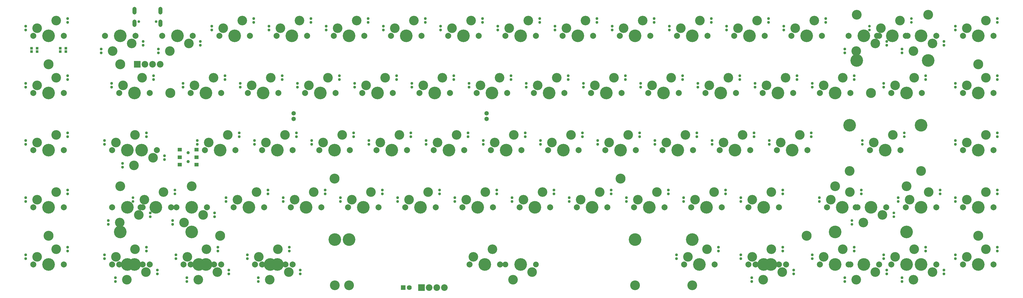
<source format=gbr>
G04 EAGLE Gerber RS-274X export*
G75*
%MOMM*%
%FSLAX34Y34*%
%LPD*%
%INSoldermask Top*%
%IPPOS*%
%AMOC8*
5,1,8,0,0,1.08239X$1,22.5*%
G01*
%ADD10C,4.203200*%
%ADD11C,2.004800*%
%ADD12C,3.203200*%
%ADD13C,0.961200*%
%ADD14C,1.903200*%
%ADD15C,3.253200*%
%ADD16C,0.911200*%
%ADD17R,2.203200X2.203200*%
%ADD18C,2.203200*%
%ADD19C,1.361200*%
%ADD20C,0.903200*%
%ADD21R,1.625600X1.625600*%
%ADD22C,1.625600*%
%ADD23C,1.473200*%
%ADD24R,1.353200X1.203200*%
%ADD25C,1.053200*%
%ADD26R,0.903200X0.903200*%
%ADD27C,3.319200*%


D10*
X190500Y2095500D03*
D11*
X241300Y2095500D03*
X139700Y2095500D03*
D12*
X228600Y2070100D03*
X165100Y2044700D03*
D13*
X266700Y2063750D03*
X266700Y2076450D03*
X127000Y2038350D03*
X127000Y2051050D03*
D10*
X238125Y1905000D03*
D11*
X187325Y1905000D03*
X288925Y1905000D03*
D12*
X200025Y1930400D03*
X263525Y1955800D03*
D13*
X161925Y1936750D03*
X161925Y1924050D03*
X301625Y1962150D03*
X301625Y1949450D03*
D10*
X261938Y1714500D03*
D11*
X312738Y1714500D03*
X211138Y1714500D03*
D12*
X300038Y1689100D03*
X236538Y1663700D03*
D13*
X338138Y1682750D03*
X338138Y1695450D03*
X198438Y1657350D03*
X198438Y1670050D03*
D10*
X214313Y1524000D03*
D11*
X265113Y1524000D03*
X163513Y1524000D03*
D12*
X252413Y1498600D03*
X188913Y1473200D03*
D13*
X290513Y1492250D03*
X290513Y1504950D03*
X150813Y1466850D03*
X150813Y1479550D03*
D10*
X238125Y1333500D03*
D11*
X288925Y1333500D03*
X187325Y1333500D03*
D12*
X276225Y1308100D03*
X212725Y1282700D03*
D13*
X314325Y1301750D03*
X314325Y1314450D03*
X174625Y1276350D03*
X174625Y1289050D03*
D10*
X381000Y2095500D03*
D11*
X431800Y2095500D03*
X330200Y2095500D03*
D12*
X419100Y2070100D03*
X355600Y2044700D03*
D13*
X457200Y2063750D03*
X457200Y2076450D03*
X317500Y2038350D03*
X317500Y2051050D03*
D10*
X476250Y1905000D03*
D11*
X425450Y1905000D03*
X527050Y1905000D03*
D12*
X438150Y1930400D03*
X501650Y1955800D03*
D13*
X400050Y1936750D03*
X400050Y1924050D03*
X539750Y1962150D03*
X539750Y1949450D03*
D10*
X523875Y1714500D03*
D11*
X473075Y1714500D03*
X574675Y1714500D03*
D12*
X485775Y1739900D03*
X549275Y1765300D03*
D13*
X447675Y1746250D03*
X447675Y1733550D03*
X587375Y1771650D03*
X587375Y1758950D03*
D10*
X428625Y1524000D03*
D11*
X479425Y1524000D03*
X377825Y1524000D03*
D12*
X466725Y1498600D03*
X403225Y1473200D03*
D13*
X504825Y1492250D03*
X504825Y1504950D03*
X365125Y1466850D03*
X365125Y1479550D03*
D10*
X476250Y1333500D03*
D11*
X527050Y1333500D03*
X425450Y1333500D03*
D12*
X514350Y1308100D03*
X450850Y1282700D03*
D13*
X552450Y1301750D03*
X552450Y1314450D03*
X412750Y1276350D03*
X412750Y1289050D03*
D10*
X571500Y2095500D03*
D11*
X520700Y2095500D03*
X622300Y2095500D03*
D12*
X533400Y2120900D03*
X596900Y2146300D03*
D13*
X495300Y2127250D03*
X495300Y2114550D03*
X635000Y2152650D03*
X635000Y2139950D03*
D10*
X666750Y1905000D03*
D11*
X615950Y1905000D03*
X717550Y1905000D03*
D12*
X628650Y1930400D03*
X692150Y1955800D03*
D13*
X590550Y1936750D03*
X590550Y1924050D03*
X730250Y1962150D03*
X730250Y1949450D03*
D10*
X714375Y1714500D03*
D11*
X663575Y1714500D03*
X765175Y1714500D03*
D12*
X676275Y1739900D03*
X739775Y1765300D03*
D13*
X638175Y1746250D03*
X638175Y1733550D03*
X777875Y1771650D03*
X777875Y1758950D03*
D10*
X619125Y1524000D03*
D11*
X568325Y1524000D03*
X669925Y1524000D03*
D12*
X581025Y1549400D03*
X644525Y1574800D03*
D13*
X542925Y1555750D03*
X542925Y1543050D03*
X682625Y1581150D03*
X682625Y1568450D03*
D10*
X714375Y1333500D03*
D11*
X765175Y1333500D03*
X663575Y1333500D03*
D12*
X752475Y1308100D03*
X688975Y1282700D03*
D13*
X790575Y1301750D03*
X790575Y1314450D03*
X650875Y1276350D03*
X650875Y1289050D03*
D10*
X762000Y2095500D03*
D11*
X711200Y2095500D03*
X812800Y2095500D03*
D12*
X723900Y2120900D03*
X787400Y2146300D03*
D13*
X685800Y2127250D03*
X685800Y2114550D03*
X825500Y2152650D03*
X825500Y2139950D03*
D10*
X857250Y1905000D03*
D11*
X806450Y1905000D03*
X908050Y1905000D03*
D12*
X819150Y1930400D03*
X882650Y1955800D03*
D13*
X781050Y1936750D03*
X781050Y1924050D03*
X920750Y1962150D03*
X920750Y1949450D03*
D10*
X904875Y1714500D03*
D11*
X854075Y1714500D03*
X955675Y1714500D03*
D12*
X866775Y1739900D03*
X930275Y1765300D03*
D13*
X828675Y1746250D03*
X828675Y1733550D03*
X968375Y1771650D03*
X968375Y1758950D03*
D10*
X809625Y1524000D03*
D11*
X758825Y1524000D03*
X860425Y1524000D03*
D12*
X771525Y1549400D03*
X835025Y1574800D03*
D13*
X733425Y1555750D03*
X733425Y1543050D03*
X873125Y1581150D03*
X873125Y1568450D03*
D10*
X952500Y2095500D03*
D11*
X901700Y2095500D03*
X1003300Y2095500D03*
D12*
X914400Y2120900D03*
X977900Y2146300D03*
D13*
X876300Y2127250D03*
X876300Y2114550D03*
X1016000Y2152650D03*
X1016000Y2139950D03*
D10*
X1047750Y1905000D03*
D11*
X996950Y1905000D03*
X1098550Y1905000D03*
D12*
X1009650Y1930400D03*
X1073150Y1955800D03*
D13*
X971550Y1936750D03*
X971550Y1924050D03*
X1111250Y1962150D03*
X1111250Y1949450D03*
D10*
X1095375Y1714500D03*
D11*
X1044575Y1714500D03*
X1146175Y1714500D03*
D12*
X1057275Y1739900D03*
X1120775Y1765300D03*
D13*
X1019175Y1746250D03*
X1019175Y1733550D03*
X1158875Y1771650D03*
X1158875Y1758950D03*
D10*
X1000125Y1524000D03*
D11*
X949325Y1524000D03*
X1050925Y1524000D03*
D12*
X962025Y1549400D03*
X1025525Y1574800D03*
D13*
X923925Y1555750D03*
X923925Y1543050D03*
X1063625Y1581150D03*
X1063625Y1568450D03*
D10*
X1524000Y1333500D03*
D14*
X1574800Y1333500D03*
X1473200Y1333500D03*
D12*
X1562100Y1308100D03*
X1498600Y1282700D03*
D15*
X952500Y1263500D03*
X2095500Y1263500D03*
D10*
X952500Y1415900D03*
X2095500Y1415900D03*
X1143000Y2095500D03*
D11*
X1092200Y2095500D03*
X1193800Y2095500D03*
D12*
X1104900Y2120900D03*
X1168400Y2146300D03*
D13*
X1066800Y2127250D03*
X1066800Y2114550D03*
X1206500Y2152650D03*
X1206500Y2139950D03*
D10*
X1238250Y1905000D03*
D11*
X1187450Y1905000D03*
X1289050Y1905000D03*
D12*
X1200150Y1930400D03*
X1263650Y1955800D03*
D13*
X1162050Y1936750D03*
X1162050Y1924050D03*
X1301750Y1962150D03*
X1301750Y1949450D03*
D10*
X1285875Y1714500D03*
D11*
X1235075Y1714500D03*
X1336675Y1714500D03*
D12*
X1247775Y1739900D03*
X1311275Y1765300D03*
D13*
X1209675Y1746250D03*
X1209675Y1733550D03*
X1349375Y1771650D03*
X1349375Y1758950D03*
D10*
X1190625Y1524000D03*
D11*
X1139825Y1524000D03*
X1241425Y1524000D03*
D12*
X1152525Y1549400D03*
X1216025Y1574800D03*
D13*
X1114425Y1555750D03*
X1114425Y1543050D03*
X1254125Y1581150D03*
X1254125Y1568450D03*
D10*
X1333500Y2095500D03*
D11*
X1282700Y2095500D03*
X1384300Y2095500D03*
D12*
X1295400Y2120900D03*
X1358900Y2146300D03*
D13*
X1257300Y2127250D03*
X1257300Y2114550D03*
X1397000Y2152650D03*
X1397000Y2139950D03*
D10*
X1428750Y1905000D03*
D11*
X1377950Y1905000D03*
X1479550Y1905000D03*
D12*
X1390650Y1930400D03*
X1454150Y1955800D03*
D13*
X1352550Y1936750D03*
X1352550Y1924050D03*
X1492250Y1962150D03*
X1492250Y1949450D03*
D10*
X1476375Y1714500D03*
D11*
X1425575Y1714500D03*
X1527175Y1714500D03*
D12*
X1438275Y1739900D03*
X1501775Y1765300D03*
D13*
X1400175Y1746250D03*
X1400175Y1733550D03*
X1539875Y1771650D03*
X1539875Y1758950D03*
D10*
X1381125Y1524000D03*
D11*
X1330325Y1524000D03*
X1431925Y1524000D03*
D12*
X1343025Y1549400D03*
X1406525Y1574800D03*
D13*
X1304925Y1555750D03*
X1304925Y1543050D03*
X1444625Y1581150D03*
X1444625Y1568450D03*
D10*
X1524000Y2095500D03*
D11*
X1473200Y2095500D03*
X1574800Y2095500D03*
D12*
X1485900Y2120900D03*
X1549400Y2146300D03*
D13*
X1447800Y2127250D03*
X1447800Y2114550D03*
X1587500Y2152650D03*
X1587500Y2139950D03*
D10*
X1619250Y1905000D03*
D11*
X1568450Y1905000D03*
X1670050Y1905000D03*
D12*
X1581150Y1930400D03*
X1644650Y1955800D03*
D13*
X1543050Y1936750D03*
X1543050Y1924050D03*
X1682750Y1962150D03*
X1682750Y1949450D03*
D10*
X1666875Y1714500D03*
D11*
X1616075Y1714500D03*
X1717675Y1714500D03*
D12*
X1628775Y1739900D03*
X1692275Y1765300D03*
D13*
X1590675Y1746250D03*
X1590675Y1733550D03*
X1730375Y1771650D03*
X1730375Y1758950D03*
D10*
X1571625Y1524000D03*
D11*
X1520825Y1524000D03*
X1622425Y1524000D03*
D12*
X1533525Y1549400D03*
X1597025Y1574800D03*
D13*
X1495425Y1555750D03*
X1495425Y1543050D03*
X1635125Y1581150D03*
X1635125Y1568450D03*
D10*
X1714500Y2095500D03*
D11*
X1663700Y2095500D03*
X1765300Y2095500D03*
D12*
X1676400Y2120900D03*
X1739900Y2146300D03*
D13*
X1638300Y2127250D03*
X1638300Y2114550D03*
X1778000Y2152650D03*
X1778000Y2139950D03*
D10*
X1809750Y1905000D03*
D11*
X1758950Y1905000D03*
X1860550Y1905000D03*
D12*
X1771650Y1930400D03*
X1835150Y1955800D03*
D13*
X1733550Y1936750D03*
X1733550Y1924050D03*
X1873250Y1962150D03*
X1873250Y1949450D03*
D10*
X1857375Y1714500D03*
D11*
X1806575Y1714500D03*
X1908175Y1714500D03*
D12*
X1819275Y1739900D03*
X1882775Y1765300D03*
D13*
X1781175Y1746250D03*
X1781175Y1733550D03*
X1920875Y1771650D03*
X1920875Y1758950D03*
D10*
X1762125Y1524000D03*
D11*
X1711325Y1524000D03*
X1812925Y1524000D03*
D12*
X1724025Y1549400D03*
X1787525Y1574800D03*
D13*
X1685925Y1555750D03*
X1685925Y1543050D03*
X1825625Y1581150D03*
X1825625Y1568450D03*
D10*
X1905000Y2095500D03*
D11*
X1854200Y2095500D03*
X1955800Y2095500D03*
D12*
X1866900Y2120900D03*
X1930400Y2146300D03*
D13*
X1828800Y2127250D03*
X1828800Y2114550D03*
X1968500Y2152650D03*
X1968500Y2139950D03*
D10*
X2000250Y1905000D03*
D11*
X1949450Y1905000D03*
X2051050Y1905000D03*
D12*
X1962150Y1930400D03*
X2025650Y1955800D03*
D13*
X1924050Y1936750D03*
X1924050Y1924050D03*
X2063750Y1962150D03*
X2063750Y1949450D03*
D10*
X2047875Y1714500D03*
D11*
X1997075Y1714500D03*
X2098675Y1714500D03*
D12*
X2009775Y1739900D03*
X2073275Y1765300D03*
D13*
X1971675Y1746250D03*
X1971675Y1733550D03*
X2111375Y1771650D03*
X2111375Y1758950D03*
D10*
X1952625Y1524000D03*
D11*
X1901825Y1524000D03*
X2003425Y1524000D03*
D12*
X1914525Y1549400D03*
X1978025Y1574800D03*
D13*
X1876425Y1555750D03*
X1876425Y1543050D03*
X2016125Y1581150D03*
X2016125Y1568450D03*
D10*
X2333625Y1333500D03*
D11*
X2282825Y1333500D03*
X2384425Y1333500D03*
D12*
X2295525Y1358900D03*
X2359025Y1384300D03*
D13*
X2257425Y1365250D03*
X2257425Y1352550D03*
X2397125Y1390650D03*
X2397125Y1377950D03*
D10*
X2095500Y2095500D03*
D11*
X2044700Y2095500D03*
X2146300Y2095500D03*
D12*
X2057400Y2120900D03*
X2120900Y2146300D03*
D13*
X2019300Y2127250D03*
X2019300Y2114550D03*
X2159000Y2152650D03*
X2159000Y2139950D03*
D10*
X2190750Y1905000D03*
D11*
X2139950Y1905000D03*
X2241550Y1905000D03*
D12*
X2152650Y1930400D03*
X2216150Y1955800D03*
D13*
X2114550Y1936750D03*
X2114550Y1924050D03*
X2254250Y1962150D03*
X2254250Y1949450D03*
D10*
X2238375Y1714500D03*
D11*
X2187575Y1714500D03*
X2289175Y1714500D03*
D12*
X2200275Y1739900D03*
X2263775Y1765300D03*
D13*
X2162175Y1746250D03*
X2162175Y1733550D03*
X2301875Y1771650D03*
X2301875Y1758950D03*
D10*
X2143125Y1524000D03*
D11*
X2092325Y1524000D03*
X2193925Y1524000D03*
D12*
X2105025Y1549400D03*
X2168525Y1574800D03*
D13*
X2066925Y1555750D03*
X2066925Y1543050D03*
X2206625Y1581150D03*
X2206625Y1568450D03*
D10*
X2809875Y1333500D03*
D11*
X2759075Y1333500D03*
X2860675Y1333500D03*
D12*
X2771775Y1358900D03*
X2835275Y1384300D03*
D13*
X2733675Y1365250D03*
X2733675Y1352550D03*
X2873375Y1390650D03*
X2873375Y1377950D03*
D10*
X2286000Y2095500D03*
D11*
X2235200Y2095500D03*
X2336800Y2095500D03*
D12*
X2247900Y2120900D03*
X2311400Y2146300D03*
D13*
X2209800Y2127250D03*
X2209800Y2114550D03*
X2349500Y2152650D03*
X2349500Y2139950D03*
D10*
X2381250Y1905000D03*
D11*
X2330450Y1905000D03*
X2432050Y1905000D03*
D12*
X2343150Y1930400D03*
X2406650Y1955800D03*
D13*
X2305050Y1936750D03*
X2305050Y1924050D03*
X2444750Y1962150D03*
X2444750Y1949450D03*
D10*
X2428875Y1714500D03*
D11*
X2378075Y1714500D03*
X2479675Y1714500D03*
D12*
X2390775Y1739900D03*
X2454275Y1765300D03*
D13*
X2352675Y1746250D03*
X2352675Y1733550D03*
X2492375Y1771650D03*
X2492375Y1758950D03*
D10*
X2333625Y1524000D03*
D11*
X2282825Y1524000D03*
X2384425Y1524000D03*
D12*
X2295525Y1549400D03*
X2359025Y1574800D03*
D13*
X2257425Y1555750D03*
X2257425Y1543050D03*
X2397125Y1581150D03*
X2397125Y1568450D03*
D10*
X2476500Y2095500D03*
D11*
X2425700Y2095500D03*
X2527300Y2095500D03*
D12*
X2438400Y2120900D03*
X2501900Y2146300D03*
D13*
X2400300Y2127250D03*
X2400300Y2114550D03*
X2540000Y2152650D03*
X2540000Y2139950D03*
D10*
X2571750Y1905000D03*
D11*
X2520950Y1905000D03*
X2622550Y1905000D03*
D12*
X2533650Y1930400D03*
X2597150Y1955800D03*
D13*
X2495550Y1936750D03*
X2495550Y1924050D03*
X2635250Y1962150D03*
X2635250Y1949450D03*
D10*
X2738438Y1714500D03*
D11*
X2687638Y1714500D03*
X2789238Y1714500D03*
D12*
X2700338Y1739900D03*
X2763838Y1765300D03*
D15*
X2857438Y1644500D03*
X2619438Y1644500D03*
D10*
X2857438Y1796900D03*
X2619438Y1796900D03*
D16*
X2662238Y1746250D03*
X2662238Y1733550D03*
X2801938Y1771650D03*
X2801938Y1758950D03*
D10*
X2667000Y2095500D03*
D11*
X2717800Y2095500D03*
X2616200Y2095500D03*
D12*
X2705100Y2070100D03*
X2641600Y2044700D03*
D13*
X2743200Y2063750D03*
X2743200Y2076450D03*
X2603500Y2038350D03*
X2603500Y2051050D03*
D10*
X2809875Y1905000D03*
D11*
X2759075Y1905000D03*
X2860675Y1905000D03*
D12*
X2771775Y1930400D03*
X2835275Y1955800D03*
D13*
X2733675Y1936750D03*
X2733675Y1924050D03*
X2873375Y1962150D03*
X2873375Y1949450D03*
D10*
X2857500Y2095500D03*
D11*
X2908300Y2095500D03*
X2806700Y2095500D03*
D12*
X2895600Y2070100D03*
X2832100Y2044700D03*
D13*
X2933700Y2063750D03*
X2933700Y2076450D03*
X2794000Y2038350D03*
X2794000Y2051050D03*
D10*
X2595563Y1524000D03*
D11*
X2544763Y1524000D03*
X2646363Y1524000D03*
D12*
X2557463Y1549400D03*
X2620963Y1574800D03*
D13*
X2519363Y1555750D03*
X2519363Y1543050D03*
X2659063Y1581150D03*
X2659063Y1568450D03*
D10*
X2857500Y1524000D03*
D11*
X2806700Y1524000D03*
X2908300Y1524000D03*
D12*
X2819400Y1549400D03*
X2882900Y1574800D03*
D13*
X2781300Y1555750D03*
X2781300Y1543050D03*
X2921000Y1581150D03*
X2921000Y1568450D03*
D10*
X214313Y1714500D03*
D11*
X163513Y1714500D03*
X265113Y1714500D03*
D12*
X176213Y1739900D03*
X239713Y1765300D03*
D13*
X138113Y1746250D03*
X138113Y1733550D03*
X277813Y1771650D03*
X277813Y1758950D03*
D10*
X2762250Y2095500D03*
D11*
X2711450Y2095500D03*
X2813050Y2095500D03*
D12*
X2724150Y2120900D03*
X2787650Y2146300D03*
D15*
X2881250Y2165500D03*
X2643250Y2165500D03*
D10*
X2881250Y2013100D03*
X2643250Y2013100D03*
D16*
X2686050Y2127250D03*
X2686050Y2114550D03*
X2825750Y2152650D03*
X2825750Y2139950D03*
D10*
X309563Y1524000D03*
D11*
X258763Y1524000D03*
X360363Y1524000D03*
D12*
X271463Y1549400D03*
X334963Y1574800D03*
D15*
X428563Y1594000D03*
X190563Y1594000D03*
D10*
X428563Y1441600D03*
X190563Y1441600D03*
D16*
X233363Y1555750D03*
X233363Y1543050D03*
X373063Y1581150D03*
X373063Y1568450D03*
D10*
X2690813Y1524000D03*
D11*
X2741613Y1524000D03*
X2640013Y1524000D03*
D12*
X2728913Y1498600D03*
X2665413Y1473200D03*
D15*
X2571813Y1594000D03*
X2809813Y1594000D03*
D10*
X2571813Y1441600D03*
X2809813Y1441600D03*
D16*
X2767013Y1492250D03*
X2767013Y1504950D03*
X2627313Y1466850D03*
X2627313Y1479550D03*
D10*
X214313Y1333500D03*
D11*
X163513Y1333500D03*
X265113Y1333500D03*
D12*
X176213Y1358900D03*
X239713Y1384300D03*
D13*
X138113Y1365250D03*
X138113Y1352550D03*
X277813Y1390650D03*
X277813Y1377950D03*
D10*
X452438Y1333500D03*
D11*
X401638Y1333500D03*
X503238Y1333500D03*
D12*
X414338Y1358900D03*
X477838Y1384300D03*
D13*
X376238Y1365250D03*
X376238Y1352550D03*
X515938Y1390650D03*
X515938Y1377950D03*
D10*
X690563Y1333500D03*
D11*
X639763Y1333500D03*
X741363Y1333500D03*
D12*
X652463Y1358900D03*
X715963Y1384300D03*
D13*
X614363Y1365250D03*
X614363Y1352550D03*
X754063Y1390650D03*
X754063Y1377950D03*
D10*
X1404938Y1333500D03*
D11*
X1354138Y1333500D03*
X1455738Y1333500D03*
D12*
X1366838Y1358900D03*
X1430338Y1384300D03*
D15*
X1904938Y1263500D03*
X904938Y1263500D03*
D10*
X1904938Y1415900D03*
X904938Y1415900D03*
X2119313Y1333500D03*
D11*
X2068513Y1333500D03*
X2170113Y1333500D03*
D12*
X2081213Y1358900D03*
X2144713Y1384300D03*
D13*
X2043113Y1365250D03*
X2043113Y1352550D03*
X2182813Y1390650D03*
X2182813Y1377950D03*
D10*
X2357438Y1333500D03*
D11*
X2408238Y1333500D03*
X2306638Y1333500D03*
D12*
X2395538Y1308100D03*
X2332038Y1282700D03*
D13*
X2433638Y1301750D03*
X2433638Y1314450D03*
X2293938Y1276350D03*
X2293938Y1289050D03*
D10*
X2857500Y1333500D03*
D11*
X2908300Y1333500D03*
X2806700Y1333500D03*
D12*
X2895600Y1308100D03*
X2832100Y1282700D03*
D13*
X2933700Y1301750D03*
X2933700Y1314450D03*
X2794000Y1276350D03*
X2794000Y1289050D03*
D10*
X2571750Y1333500D03*
D11*
X2520950Y1333500D03*
X2622550Y1333500D03*
D12*
X2533650Y1358900D03*
X2597150Y1384300D03*
D13*
X2495550Y1365250D03*
X2495550Y1352550D03*
X2635250Y1390650D03*
X2635250Y1377950D03*
D17*
X247650Y2000250D03*
D18*
X273050Y2000250D03*
X298450Y2000250D03*
X323850Y2000250D03*
D19*
X237950Y2131254D02*
X237950Y2142834D01*
X324350Y2142834D02*
X324350Y2131254D01*
X237950Y2173054D02*
X237950Y2184634D01*
X324350Y2184634D02*
X324350Y2173054D01*
D20*
X252250Y2142344D03*
X310050Y2142344D03*
D17*
X1194197Y1256109D03*
D18*
X1219597Y1256109D03*
X1244997Y1256109D03*
X1270397Y1256109D03*
D21*
X1133000Y1256109D03*
D22*
X1153000Y1256109D03*
D23*
X767953Y1818609D03*
X767953Y1836609D03*
D24*
X388469Y1715688D03*
X388469Y1690688D03*
X388469Y1665688D03*
X444969Y1715688D03*
X444969Y1690688D03*
X444969Y1665688D03*
D25*
X416719Y1705688D03*
X416719Y1675688D03*
D23*
X1410891Y1818609D03*
X1410891Y1836609D03*
D10*
X2667000Y1333500D03*
D11*
X2717800Y1333500D03*
X2616200Y1333500D03*
D12*
X2705100Y1308100D03*
X2641600Y1282700D03*
D13*
X2743200Y1301750D03*
X2743200Y1314450D03*
X2603500Y1276350D03*
X2603500Y1289050D03*
D10*
X-47625Y2095500D03*
D11*
X-98425Y2095500D03*
X3175Y2095500D03*
D12*
X-85725Y2120900D03*
X-22225Y2146300D03*
D13*
X-123825Y2127250D03*
X-123825Y2114550D03*
X15875Y2152650D03*
X15875Y2139950D03*
D10*
X-47625Y1905000D03*
D11*
X-98425Y1905000D03*
X3175Y1905000D03*
D12*
X-85725Y1930400D03*
X-22225Y1955800D03*
D13*
X-123825Y1936750D03*
X-123825Y1924050D03*
X15875Y1962150D03*
X15875Y1949450D03*
D10*
X-47625Y1714500D03*
D11*
X-98425Y1714500D03*
X3175Y1714500D03*
D12*
X-85725Y1739900D03*
X-22225Y1765300D03*
D13*
X-123825Y1746250D03*
X-123825Y1733550D03*
X15875Y1771650D03*
X15875Y1758950D03*
D10*
X-47625Y1524000D03*
D11*
X-98425Y1524000D03*
X3175Y1524000D03*
D12*
X-85725Y1549400D03*
X-22225Y1574800D03*
D13*
X-123825Y1555750D03*
X-123825Y1543050D03*
X15875Y1581150D03*
X15875Y1568450D03*
D10*
X-47625Y1333500D03*
D11*
X-98425Y1333500D03*
X3175Y1333500D03*
D12*
X-85725Y1358900D03*
X-22225Y1384300D03*
D13*
X-123825Y1365250D03*
X-123825Y1352550D03*
X15875Y1390650D03*
X15875Y1377950D03*
D10*
X3048000Y2095500D03*
D11*
X2997200Y2095500D03*
X3098800Y2095500D03*
D12*
X3009900Y2120900D03*
X3073400Y2146300D03*
D13*
X2971800Y2127250D03*
X2971800Y2114550D03*
X3111500Y2152650D03*
X3111500Y2139950D03*
D10*
X3048000Y1905000D03*
D11*
X2997200Y1905000D03*
X3098800Y1905000D03*
D12*
X3009900Y1930400D03*
X3073400Y1955800D03*
D13*
X2971800Y1936750D03*
X2971800Y1924050D03*
X3111500Y1962150D03*
X3111500Y1949450D03*
D10*
X3048000Y1714500D03*
D11*
X2997200Y1714500D03*
X3098800Y1714500D03*
D12*
X3009900Y1739900D03*
X3073400Y1765300D03*
D13*
X2971800Y1746250D03*
X2971800Y1733550D03*
X3111500Y1771650D03*
X3111500Y1758950D03*
D10*
X3048000Y1524000D03*
D11*
X2997200Y1524000D03*
X3098800Y1524000D03*
D12*
X3009900Y1549400D03*
X3073400Y1574800D03*
D13*
X2971800Y1555750D03*
X2971800Y1543050D03*
X3111500Y1581150D03*
X3111500Y1568450D03*
D10*
X3048000Y1333500D03*
D11*
X2997200Y1333500D03*
X3098800Y1333500D03*
D12*
X3009900Y1358900D03*
X3073400Y1384300D03*
D13*
X2971800Y1365250D03*
X2971800Y1352550D03*
X3111500Y1390650D03*
X3111500Y1377950D03*
D26*
X9150Y2042375D03*
X9150Y2053375D03*
X-9150Y2053375D03*
X-9150Y2042375D03*
X-86100Y2042375D03*
X-86100Y2053375D03*
X-104400Y2053375D03*
X-104400Y2042375D03*
D27*
X3048000Y1428750D03*
X-47625Y2000250D03*
X-47625Y1428750D03*
X3048000Y2000250D03*
X190500Y2000250D03*
X2690813Y1905000D03*
X357188Y1905000D03*
X904875Y1619250D03*
X1857375Y1619250D03*
X2476500Y1428750D03*
X523875Y1428750D03*
M02*

</source>
